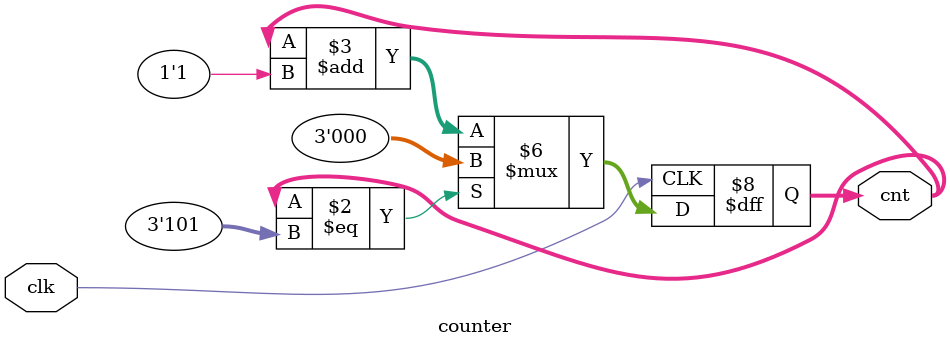
<source format=v>
`timescale 1ns / 1ps
module counter(clk,cnt);
    input clk;
    output reg [2:0] cnt = 0;
    always@(posedge clk) begin
        if(cnt == 3'b101)
            cnt <= 3'b000;
        else 
            cnt <= cnt + 1'b1;
    end
endmodule

</source>
